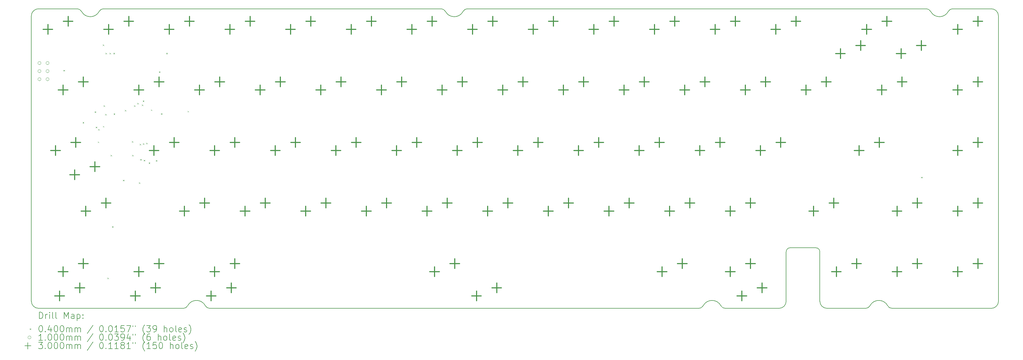
<source format=gbr>
%FSLAX45Y45*%
G04 Gerber Fmt 4.5, Leading zero omitted, Abs format (unit mm)*
G04 Created by KiCad (PCBNEW (6.0.1)) date 2022-02-17 22:32:31*
%MOMM*%
%LPD*%
G01*
G04 APERTURE LIST*
%TA.AperFunction,Profile*%
%ADD10C,0.200000*%
%TD*%
%ADD11C,0.200000*%
%ADD12C,0.040000*%
%ADD13C,0.100000*%
%ADD14C,0.300000*%
G04 APERTURE END LIST*
D10*
X1573193Y-80645D02*
G75*
G03*
X2131807Y-80645I279307J145645D01*
G01*
X225000Y0D02*
G75*
G03*
X0Y-225000I0J-225000D01*
G01*
X13003193Y-80645D02*
G75*
G03*
X12870189Y0I-133004J-69355D01*
G01*
X2264811Y0D02*
G75*
G03*
X2131807Y-80645I0J-150000D01*
G01*
X1440189Y0D02*
X225000Y0D01*
X30375000Y-9195000D02*
X30375000Y-225000D01*
X5465557Y-9339355D02*
G75*
G03*
X5598561Y-9420000I133003J69355D01*
G01*
X5465557Y-9339355D02*
G75*
G03*
X4906943Y-9339355I-279307J-145645D01*
G01*
X26896807Y-9339355D02*
G75*
G03*
X27029811Y-9420000I133003J69355D01*
G01*
X23832500Y-7515000D02*
X24640000Y-7515000D01*
X28110189Y0D02*
X13694810Y0D01*
X20966439Y-9420000D02*
X5598560Y-9420000D01*
X0Y-9195000D02*
X0Y-225000D01*
X28934810Y0D02*
G75*
G03*
X28801807Y-80645I0J-150000D01*
G01*
X4773939Y-9420000D02*
G75*
G03*
X4906943Y-9339355I0J150000D01*
G01*
X26205189Y-9420000D02*
G75*
G03*
X26338193Y-9339355I0J150000D01*
G01*
X23482500Y-9420000D02*
X21791061Y-9420000D01*
X30375000Y-225000D02*
G75*
G03*
X30150000Y0I-225000J0D01*
G01*
X24765000Y-7640000D02*
G75*
G03*
X24640000Y-7515000I-125000J0D01*
G01*
X26896807Y-9339355D02*
G75*
G03*
X26338193Y-9339355I-279307J-145645D01*
G01*
X30150000Y-9420000D02*
G75*
G03*
X30375000Y-9195000I0J225000D01*
G01*
X24765000Y-9195000D02*
G75*
G03*
X24990000Y-9420000I225000J0D01*
G01*
X20966439Y-9420000D02*
G75*
G03*
X21099443Y-9339355I0J150000D01*
G01*
X28243193Y-80645D02*
G75*
G03*
X28110189Y0I-133004J-69355D01*
G01*
X23832500Y-7515000D02*
G75*
G03*
X23707500Y-7640000I0J-125000D01*
G01*
X24765000Y-7640000D02*
X24765000Y-9195000D01*
X23482500Y-9420000D02*
G75*
G03*
X23707500Y-9195000I0J225000D01*
G01*
X26205189Y-9420000D02*
X24990000Y-9420000D01*
X23707500Y-7640000D02*
X23707500Y-9195000D01*
X13003193Y-80645D02*
G75*
G03*
X13561807Y-80645I279307J145645D01*
G01*
X1573193Y-80645D02*
G75*
G03*
X1440189Y0I-133004J-69355D01*
G01*
X30150000Y-9420000D02*
X27029810Y-9420000D01*
X4773939Y-9420000D02*
X225000Y-9420000D01*
X13694810Y0D02*
G75*
G03*
X13561807Y-80645I0J-150000D01*
G01*
X12870189Y0D02*
X2264811Y0D01*
X21658057Y-9339355D02*
G75*
G03*
X21099443Y-9339355I-279307J-145645D01*
G01*
X21658057Y-9339355D02*
G75*
G03*
X21791061Y-9420000I133003J69355D01*
G01*
X0Y-9195000D02*
G75*
G03*
X225000Y-9420000I225000J0D01*
G01*
X30150000Y0D02*
X28934810Y0D01*
X28243193Y-80645D02*
G75*
G03*
X28801807Y-80645I279307J145645D01*
G01*
D11*
D12*
X1005148Y-1923148D02*
X1045148Y-1963148D01*
X1045148Y-1923148D02*
X1005148Y-1963148D01*
X1610250Y-3561125D02*
X1650250Y-3601125D01*
X1650250Y-3561125D02*
X1610250Y-3601125D01*
X1990000Y-3226000D02*
X2030000Y-3266000D01*
X2030000Y-3226000D02*
X1990000Y-3266000D01*
X2022861Y-3708861D02*
X2062861Y-3748861D01*
X2062861Y-3708861D02*
X2022861Y-3748861D01*
X2085000Y-4175000D02*
X2125000Y-4215000D01*
X2125000Y-4175000D02*
X2085000Y-4215000D01*
X2095311Y-3783425D02*
X2135312Y-3823425D01*
X2135312Y-3783425D02*
X2095311Y-3823425D01*
X2240375Y-1124375D02*
X2280375Y-1164375D01*
X2280375Y-1124375D02*
X2240375Y-1164375D01*
X2245000Y-3683425D02*
X2285000Y-3723425D01*
X2285000Y-3683425D02*
X2245000Y-3723425D01*
X2269375Y-3036500D02*
X2309375Y-3076500D01*
X2309375Y-3036500D02*
X2269375Y-3076500D01*
X2315000Y-3305000D02*
X2355000Y-3345000D01*
X2355000Y-3305000D02*
X2315000Y-3345000D01*
X2326000Y-1382000D02*
X2366000Y-1422000D01*
X2366000Y-1382000D02*
X2326000Y-1422000D01*
X2388750Y-8453750D02*
X2428750Y-8493750D01*
X2428750Y-8453750D02*
X2388750Y-8493750D01*
X2451000Y-1382000D02*
X2491000Y-1422000D01*
X2491000Y-1382000D02*
X2451000Y-1422000D01*
X2485000Y-4595000D02*
X2525000Y-4635000D01*
X2525000Y-4595000D02*
X2485000Y-4635000D01*
X2535000Y-6835000D02*
X2575000Y-6875000D01*
X2575000Y-6835000D02*
X2535000Y-6875000D01*
X2576000Y-1382000D02*
X2616000Y-1422000D01*
X2616000Y-1382000D02*
X2576000Y-1422000D01*
X2585000Y-3290000D02*
X2625000Y-3330000D01*
X2625000Y-3290000D02*
X2585000Y-3330000D01*
X2874375Y-5377000D02*
X2914375Y-5417000D01*
X2914375Y-5377000D02*
X2874375Y-5417000D01*
X2936141Y-3181141D02*
X2976141Y-3221141D01*
X2976141Y-3181141D02*
X2936141Y-3221141D01*
X3155000Y-4160000D02*
X3195000Y-4200000D01*
X3195000Y-4160000D02*
X3155000Y-4200000D01*
X3164445Y-4595555D02*
X3204445Y-4635555D01*
X3204445Y-4595555D02*
X3164445Y-4635555D01*
X3225000Y-3035000D02*
X3265000Y-3075000D01*
X3265000Y-3035000D02*
X3225000Y-3075000D01*
X3327573Y-2957450D02*
X3367573Y-2997450D01*
X3367573Y-2957450D02*
X3327573Y-2997450D01*
X3374484Y-5455516D02*
X3414484Y-5495516D01*
X3414484Y-5455516D02*
X3374484Y-5495516D01*
X3402402Y-4245658D02*
X3442402Y-4285658D01*
X3442402Y-4245658D02*
X3402402Y-4285658D01*
X3420517Y-4724483D02*
X3460517Y-4764483D01*
X3460517Y-4724483D02*
X3420517Y-4764483D01*
X3470000Y-3011000D02*
X3510000Y-3051000D01*
X3510000Y-3011000D02*
X3470000Y-3051000D01*
X3500000Y-2885000D02*
X3540000Y-2925000D01*
X3540000Y-2885000D02*
X3500000Y-2925000D01*
X3500603Y-4227042D02*
X3540603Y-4267042D01*
X3540603Y-4227042D02*
X3500603Y-4267042D01*
X3528010Y-4750133D02*
X3568010Y-4790133D01*
X3568010Y-4750133D02*
X3528010Y-4790133D01*
X3603980Y-4213588D02*
X3643980Y-4253588D01*
X3643980Y-4213588D02*
X3603980Y-4253588D01*
X3685000Y-4830000D02*
X3725000Y-4870000D01*
X3725000Y-4830000D02*
X3685000Y-4870000D01*
X3752018Y-3167018D02*
X3792018Y-3207018D01*
X3792018Y-3167018D02*
X3752018Y-3207018D01*
X3910000Y-4760000D02*
X3950000Y-4800000D01*
X3950000Y-4760000D02*
X3910000Y-4800000D01*
X4007750Y-1968000D02*
X4047750Y-2008000D01*
X4047750Y-1968000D02*
X4007750Y-2008000D01*
X4068750Y-3286000D02*
X4108750Y-3326000D01*
X4108750Y-3286000D02*
X4068750Y-3326000D01*
X4235375Y-1382000D02*
X4275375Y-1422000D01*
X4275375Y-1382000D02*
X4235375Y-1422000D01*
X4904915Y-3208460D02*
X4944915Y-3248460D01*
X4944915Y-3208460D02*
X4904915Y-3248460D01*
X27945000Y-5285000D02*
X27985000Y-5325000D01*
X27985000Y-5285000D02*
X27945000Y-5325000D01*
D13*
X303500Y-1707500D02*
G75*
G03*
X303500Y-1707500I-50000J0D01*
G01*
X303500Y-1961500D02*
G75*
G03*
X303500Y-1961500I-50000J0D01*
G01*
X303500Y-2215500D02*
G75*
G03*
X303500Y-2215500I-50000J0D01*
G01*
X557500Y-1707500D02*
G75*
G03*
X557500Y-1707500I-50000J0D01*
G01*
X557500Y-1961500D02*
G75*
G03*
X557500Y-1961500I-50000J0D01*
G01*
X557500Y-2215500D02*
G75*
G03*
X557500Y-2215500I-50000J0D01*
G01*
D14*
X519000Y-496000D02*
X519000Y-796000D01*
X369000Y-646000D02*
X669000Y-646000D01*
X757125Y-4306000D02*
X757125Y-4606000D01*
X607125Y-4456000D02*
X907125Y-4456000D01*
X884125Y-8878000D02*
X884125Y-9178000D01*
X734125Y-9028000D02*
X1034125Y-9028000D01*
X995250Y-2401000D02*
X995250Y-2701000D01*
X845250Y-2551000D02*
X1145250Y-2551000D01*
X995250Y-8116000D02*
X995250Y-8416000D01*
X845250Y-8266000D02*
X1145250Y-8266000D01*
X1154000Y-242000D02*
X1154000Y-542000D01*
X1004000Y-392000D02*
X1304000Y-392000D01*
X1360375Y-5068000D02*
X1360375Y-5368000D01*
X1210375Y-5218000D02*
X1510375Y-5218000D01*
X1392125Y-4052000D02*
X1392125Y-4352000D01*
X1242125Y-4202000D02*
X1542125Y-4202000D01*
X1519125Y-8624000D02*
X1519125Y-8924000D01*
X1369125Y-8774000D02*
X1669125Y-8774000D01*
X1630250Y-2147000D02*
X1630250Y-2447000D01*
X1480250Y-2297000D02*
X1780250Y-2297000D01*
X1630250Y-7862000D02*
X1630250Y-8162000D01*
X1480250Y-8012000D02*
X1780250Y-8012000D01*
X1709625Y-6211000D02*
X1709625Y-6511000D01*
X1559625Y-6361000D02*
X1859625Y-6361000D01*
X1995375Y-4814000D02*
X1995375Y-5114000D01*
X1845375Y-4964000D02*
X2145375Y-4964000D01*
X2344625Y-5957000D02*
X2344625Y-6257000D01*
X2194625Y-6107000D02*
X2494625Y-6107000D01*
X2424000Y-496000D02*
X2424000Y-796000D01*
X2274000Y-646000D02*
X2574000Y-646000D01*
X3059000Y-242000D02*
X3059000Y-542000D01*
X2909000Y-392000D02*
X3209000Y-392000D01*
X3265375Y-8878000D02*
X3265375Y-9178000D01*
X3115375Y-9028000D02*
X3415375Y-9028000D01*
X3376500Y-2401000D02*
X3376500Y-2701000D01*
X3226500Y-2551000D02*
X3526500Y-2551000D01*
X3376500Y-8116000D02*
X3376500Y-8416000D01*
X3226500Y-8266000D02*
X3526500Y-8266000D01*
X3852750Y-4306000D02*
X3852750Y-4606000D01*
X3702750Y-4456000D02*
X4002750Y-4456000D01*
X3900375Y-8624000D02*
X3900375Y-8924000D01*
X3750375Y-8774000D02*
X4050375Y-8774000D01*
X4011500Y-2147000D02*
X4011500Y-2447000D01*
X3861500Y-2297000D02*
X4161500Y-2297000D01*
X4011500Y-7862000D02*
X4011500Y-8162000D01*
X3861500Y-8012000D02*
X4161500Y-8012000D01*
X4329000Y-496000D02*
X4329000Y-796000D01*
X4179000Y-646000D02*
X4479000Y-646000D01*
X4487750Y-4052000D02*
X4487750Y-4352000D01*
X4337750Y-4202000D02*
X4637750Y-4202000D01*
X4805250Y-6211000D02*
X4805250Y-6511000D01*
X4655250Y-6361000D02*
X4955250Y-6361000D01*
X4964000Y-242000D02*
X4964000Y-542000D01*
X4814000Y-392000D02*
X5114000Y-392000D01*
X5281500Y-2401000D02*
X5281500Y-2701000D01*
X5131500Y-2551000D02*
X5431500Y-2551000D01*
X5440250Y-5957000D02*
X5440250Y-6257000D01*
X5290250Y-6107000D02*
X5590250Y-6107000D01*
X5646625Y-8878000D02*
X5646625Y-9178000D01*
X5496625Y-9028000D02*
X5796625Y-9028000D01*
X5757750Y-4306000D02*
X5757750Y-4606000D01*
X5607750Y-4456000D02*
X5907750Y-4456000D01*
X5757750Y-8116000D02*
X5757750Y-8416000D01*
X5607750Y-8266000D02*
X5907750Y-8266000D01*
X5916500Y-2147000D02*
X5916500Y-2447000D01*
X5766500Y-2297000D02*
X6066500Y-2297000D01*
X6234000Y-496000D02*
X6234000Y-796000D01*
X6084000Y-646000D02*
X6384000Y-646000D01*
X6281625Y-8624000D02*
X6281625Y-8924000D01*
X6131625Y-8774000D02*
X6431625Y-8774000D01*
X6392750Y-4052000D02*
X6392750Y-4352000D01*
X6242750Y-4202000D02*
X6542750Y-4202000D01*
X6392750Y-7862000D02*
X6392750Y-8162000D01*
X6242750Y-8012000D02*
X6542750Y-8012000D01*
X6710250Y-6211000D02*
X6710250Y-6511000D01*
X6560250Y-6361000D02*
X6860250Y-6361000D01*
X6869000Y-242000D02*
X6869000Y-542000D01*
X6719000Y-392000D02*
X7019000Y-392000D01*
X7186500Y-2401000D02*
X7186500Y-2701000D01*
X7036500Y-2551000D02*
X7336500Y-2551000D01*
X7345250Y-5957000D02*
X7345250Y-6257000D01*
X7195250Y-6107000D02*
X7495250Y-6107000D01*
X7662750Y-4306000D02*
X7662750Y-4606000D01*
X7512750Y-4456000D02*
X7812750Y-4456000D01*
X7821500Y-2147000D02*
X7821500Y-2447000D01*
X7671500Y-2297000D02*
X7971500Y-2297000D01*
X8139000Y-496000D02*
X8139000Y-796000D01*
X7989000Y-646000D02*
X8289000Y-646000D01*
X8297750Y-4052000D02*
X8297750Y-4352000D01*
X8147750Y-4202000D02*
X8447750Y-4202000D01*
X8615250Y-6211000D02*
X8615250Y-6511000D01*
X8465250Y-6361000D02*
X8765250Y-6361000D01*
X8774000Y-242000D02*
X8774000Y-542000D01*
X8624000Y-392000D02*
X8924000Y-392000D01*
X9091500Y-2401000D02*
X9091500Y-2701000D01*
X8941500Y-2551000D02*
X9241500Y-2551000D01*
X9250250Y-5957000D02*
X9250250Y-6257000D01*
X9100250Y-6107000D02*
X9400250Y-6107000D01*
X9567750Y-4306000D02*
X9567750Y-4606000D01*
X9417750Y-4456000D02*
X9717750Y-4456000D01*
X9726500Y-2147000D02*
X9726500Y-2447000D01*
X9576500Y-2297000D02*
X9876500Y-2297000D01*
X10044000Y-496000D02*
X10044000Y-796000D01*
X9894000Y-646000D02*
X10194000Y-646000D01*
X10202750Y-4052000D02*
X10202750Y-4352000D01*
X10052750Y-4202000D02*
X10352750Y-4202000D01*
X10520250Y-6211000D02*
X10520250Y-6511000D01*
X10370250Y-6361000D02*
X10670250Y-6361000D01*
X10679000Y-242000D02*
X10679000Y-542000D01*
X10529000Y-392000D02*
X10829000Y-392000D01*
X10996500Y-2401000D02*
X10996500Y-2701000D01*
X10846500Y-2551000D02*
X11146500Y-2551000D01*
X11155250Y-5957000D02*
X11155250Y-6257000D01*
X11005250Y-6107000D02*
X11305250Y-6107000D01*
X11472750Y-4306000D02*
X11472750Y-4606000D01*
X11322750Y-4456000D02*
X11622750Y-4456000D01*
X11631500Y-2147000D02*
X11631500Y-2447000D01*
X11481500Y-2297000D02*
X11781500Y-2297000D01*
X11949000Y-496000D02*
X11949000Y-796000D01*
X11799000Y-646000D02*
X12099000Y-646000D01*
X12107750Y-4052000D02*
X12107750Y-4352000D01*
X11957750Y-4202000D02*
X12257750Y-4202000D01*
X12425250Y-6211000D02*
X12425250Y-6511000D01*
X12275250Y-6361000D02*
X12575250Y-6361000D01*
X12584000Y-242000D02*
X12584000Y-542000D01*
X12434000Y-392000D02*
X12734000Y-392000D01*
X12663375Y-8116000D02*
X12663375Y-8416000D01*
X12513375Y-8266000D02*
X12813375Y-8266000D01*
X12901500Y-2401000D02*
X12901500Y-2701000D01*
X12751500Y-2551000D02*
X13051500Y-2551000D01*
X13060250Y-5957000D02*
X13060250Y-6257000D01*
X12910250Y-6107000D02*
X13210250Y-6107000D01*
X13298375Y-7862000D02*
X13298375Y-8162000D01*
X13148375Y-8012000D02*
X13448375Y-8012000D01*
X13377750Y-4306000D02*
X13377750Y-4606000D01*
X13227750Y-4456000D02*
X13527750Y-4456000D01*
X13536500Y-2147000D02*
X13536500Y-2447000D01*
X13386500Y-2297000D02*
X13686500Y-2297000D01*
X13854000Y-496000D02*
X13854000Y-796000D01*
X13704000Y-646000D02*
X14004000Y-646000D01*
X13981000Y-8878000D02*
X13981000Y-9178000D01*
X13831000Y-9028000D02*
X14131000Y-9028000D01*
X14012750Y-4052000D02*
X14012750Y-4352000D01*
X13862750Y-4202000D02*
X14162750Y-4202000D01*
X14330250Y-6211000D02*
X14330250Y-6511000D01*
X14180250Y-6361000D02*
X14480250Y-6361000D01*
X14489000Y-242000D02*
X14489000Y-542000D01*
X14339000Y-392000D02*
X14639000Y-392000D01*
X14616000Y-8624000D02*
X14616000Y-8924000D01*
X14466000Y-8774000D02*
X14766000Y-8774000D01*
X14806500Y-2401000D02*
X14806500Y-2701000D01*
X14656500Y-2551000D02*
X14956500Y-2551000D01*
X14965250Y-5957000D02*
X14965250Y-6257000D01*
X14815250Y-6107000D02*
X15115250Y-6107000D01*
X15282750Y-4306000D02*
X15282750Y-4606000D01*
X15132750Y-4456000D02*
X15432750Y-4456000D01*
X15441500Y-2147000D02*
X15441500Y-2447000D01*
X15291500Y-2297000D02*
X15591500Y-2297000D01*
X15759000Y-496000D02*
X15759000Y-796000D01*
X15609000Y-646000D02*
X15909000Y-646000D01*
X15917750Y-4052000D02*
X15917750Y-4352000D01*
X15767750Y-4202000D02*
X16067750Y-4202000D01*
X16235250Y-6211000D02*
X16235250Y-6511000D01*
X16085250Y-6361000D02*
X16385250Y-6361000D01*
X16394000Y-242000D02*
X16394000Y-542000D01*
X16244000Y-392000D02*
X16544000Y-392000D01*
X16711500Y-2401000D02*
X16711500Y-2701000D01*
X16561500Y-2551000D02*
X16861500Y-2551000D01*
X16870250Y-5957000D02*
X16870250Y-6257000D01*
X16720250Y-6107000D02*
X17020250Y-6107000D01*
X17187750Y-4306000D02*
X17187750Y-4606000D01*
X17037750Y-4456000D02*
X17337750Y-4456000D01*
X17346500Y-2147000D02*
X17346500Y-2447000D01*
X17196500Y-2297000D02*
X17496500Y-2297000D01*
X17664000Y-496000D02*
X17664000Y-796000D01*
X17514000Y-646000D02*
X17814000Y-646000D01*
X17822750Y-4052000D02*
X17822750Y-4352000D01*
X17672750Y-4202000D02*
X17972750Y-4202000D01*
X18140250Y-6211000D02*
X18140250Y-6511000D01*
X17990250Y-6361000D02*
X18290250Y-6361000D01*
X18299000Y-242000D02*
X18299000Y-542000D01*
X18149000Y-392000D02*
X18449000Y-392000D01*
X18616500Y-2401000D02*
X18616500Y-2701000D01*
X18466500Y-2551000D02*
X18766500Y-2551000D01*
X18775250Y-5957000D02*
X18775250Y-6257000D01*
X18625250Y-6107000D02*
X18925250Y-6107000D01*
X19092750Y-4306000D02*
X19092750Y-4606000D01*
X18942750Y-4456000D02*
X19242750Y-4456000D01*
X19251500Y-2147000D02*
X19251500Y-2447000D01*
X19101500Y-2297000D02*
X19401500Y-2297000D01*
X19569000Y-496000D02*
X19569000Y-796000D01*
X19419000Y-646000D02*
X19719000Y-646000D01*
X19727750Y-4052000D02*
X19727750Y-4352000D01*
X19577750Y-4202000D02*
X19877750Y-4202000D01*
X19807125Y-8116000D02*
X19807125Y-8416000D01*
X19657125Y-8266000D02*
X19957125Y-8266000D01*
X20045250Y-6211000D02*
X20045250Y-6511000D01*
X19895250Y-6361000D02*
X20195250Y-6361000D01*
X20204000Y-242000D02*
X20204000Y-542000D01*
X20054000Y-392000D02*
X20354000Y-392000D01*
X20442125Y-7862000D02*
X20442125Y-8162000D01*
X20292125Y-8012000D02*
X20592125Y-8012000D01*
X20521500Y-2401000D02*
X20521500Y-2701000D01*
X20371500Y-2551000D02*
X20671500Y-2551000D01*
X20680250Y-5957000D02*
X20680250Y-6257000D01*
X20530250Y-6107000D02*
X20830250Y-6107000D01*
X20997750Y-4306000D02*
X20997750Y-4606000D01*
X20847750Y-4456000D02*
X21147750Y-4456000D01*
X21156500Y-2147000D02*
X21156500Y-2447000D01*
X21006500Y-2297000D02*
X21306500Y-2297000D01*
X21474000Y-496000D02*
X21474000Y-796000D01*
X21324000Y-646000D02*
X21624000Y-646000D01*
X21632750Y-4052000D02*
X21632750Y-4352000D01*
X21482750Y-4202000D02*
X21782750Y-4202000D01*
X21950250Y-6211000D02*
X21950250Y-6511000D01*
X21800250Y-6361000D02*
X22100250Y-6361000D01*
X21950250Y-8116000D02*
X21950250Y-8416000D01*
X21800250Y-8266000D02*
X22100250Y-8266000D01*
X22109000Y-242000D02*
X22109000Y-542000D01*
X21959000Y-392000D02*
X22259000Y-392000D01*
X22315375Y-8878000D02*
X22315375Y-9178000D01*
X22165375Y-9028000D02*
X22465375Y-9028000D01*
X22426500Y-2401000D02*
X22426500Y-2701000D01*
X22276500Y-2551000D02*
X22576500Y-2551000D01*
X22585250Y-5957000D02*
X22585250Y-6257000D01*
X22435250Y-6107000D02*
X22735250Y-6107000D01*
X22585250Y-7862000D02*
X22585250Y-8162000D01*
X22435250Y-8012000D02*
X22735250Y-8012000D01*
X22902750Y-4306000D02*
X22902750Y-4606000D01*
X22752750Y-4456000D02*
X23052750Y-4456000D01*
X22950375Y-8624000D02*
X22950375Y-8924000D01*
X22800375Y-8774000D02*
X23100375Y-8774000D01*
X23061500Y-2147000D02*
X23061500Y-2447000D01*
X22911500Y-2297000D02*
X23211500Y-2297000D01*
X23379000Y-496000D02*
X23379000Y-796000D01*
X23229000Y-646000D02*
X23529000Y-646000D01*
X23537750Y-4052000D02*
X23537750Y-4352000D01*
X23387750Y-4202000D02*
X23687750Y-4202000D01*
X24014000Y-242000D02*
X24014000Y-542000D01*
X23864000Y-392000D02*
X24164000Y-392000D01*
X24331500Y-2401000D02*
X24331500Y-2701000D01*
X24181500Y-2551000D02*
X24481500Y-2551000D01*
X24569625Y-6211000D02*
X24569625Y-6511000D01*
X24419625Y-6361000D02*
X24719625Y-6361000D01*
X24966500Y-2147000D02*
X24966500Y-2447000D01*
X24816500Y-2297000D02*
X25116500Y-2297000D01*
X25204625Y-5957000D02*
X25204625Y-6257000D01*
X25054625Y-6107000D02*
X25354625Y-6107000D01*
X25284000Y-8116000D02*
X25284000Y-8416000D01*
X25134000Y-8266000D02*
X25434000Y-8266000D01*
X25411000Y-1258000D02*
X25411000Y-1558000D01*
X25261000Y-1408000D02*
X25561000Y-1408000D01*
X25919000Y-7862000D02*
X25919000Y-8162000D01*
X25769000Y-8012000D02*
X26069000Y-8012000D01*
X25998375Y-4306000D02*
X25998375Y-4606000D01*
X25848375Y-4456000D02*
X26148375Y-4456000D01*
X26046000Y-1004000D02*
X26046000Y-1304000D01*
X25896000Y-1154000D02*
X26196000Y-1154000D01*
X26236500Y-496000D02*
X26236500Y-796000D01*
X26086500Y-646000D02*
X26386500Y-646000D01*
X26633375Y-4052000D02*
X26633375Y-4352000D01*
X26483375Y-4202000D02*
X26783375Y-4202000D01*
X26712750Y-2401000D02*
X26712750Y-2701000D01*
X26562750Y-2551000D02*
X26862750Y-2551000D01*
X26871500Y-242000D02*
X26871500Y-542000D01*
X26721500Y-392000D02*
X27021500Y-392000D01*
X27189000Y-6211000D02*
X27189000Y-6511000D01*
X27039000Y-6361000D02*
X27339000Y-6361000D01*
X27189000Y-8116000D02*
X27189000Y-8416000D01*
X27039000Y-8266000D02*
X27339000Y-8266000D01*
X27316000Y-1258000D02*
X27316000Y-1558000D01*
X27166000Y-1408000D02*
X27466000Y-1408000D01*
X27347750Y-2147000D02*
X27347750Y-2447000D01*
X27197750Y-2297000D02*
X27497750Y-2297000D01*
X27824000Y-5957000D02*
X27824000Y-6257000D01*
X27674000Y-6107000D02*
X27974000Y-6107000D01*
X27824000Y-7862000D02*
X27824000Y-8162000D01*
X27674000Y-8012000D02*
X27974000Y-8012000D01*
X27951000Y-1004000D02*
X27951000Y-1304000D01*
X27801000Y-1154000D02*
X28101000Y-1154000D01*
X29094000Y-496000D02*
X29094000Y-796000D01*
X28944000Y-646000D02*
X29244000Y-646000D01*
X29094000Y-2401000D02*
X29094000Y-2701000D01*
X28944000Y-2551000D02*
X29244000Y-2551000D01*
X29094000Y-4306000D02*
X29094000Y-4606000D01*
X28944000Y-4456000D02*
X29244000Y-4456000D01*
X29094000Y-6211000D02*
X29094000Y-6511000D01*
X28944000Y-6361000D02*
X29244000Y-6361000D01*
X29094000Y-8116000D02*
X29094000Y-8416000D01*
X28944000Y-8266000D02*
X29244000Y-8266000D01*
X29729000Y-242000D02*
X29729000Y-542000D01*
X29579000Y-392000D02*
X29879000Y-392000D01*
X29729000Y-2147000D02*
X29729000Y-2447000D01*
X29579000Y-2297000D02*
X29879000Y-2297000D01*
X29729000Y-4052000D02*
X29729000Y-4352000D01*
X29579000Y-4202000D02*
X29879000Y-4202000D01*
X29729000Y-5957000D02*
X29729000Y-6257000D01*
X29579000Y-6107000D02*
X29879000Y-6107000D01*
X29729000Y-7862000D02*
X29729000Y-8162000D01*
X29579000Y-8012000D02*
X29879000Y-8012000D01*
D11*
X247619Y-9740476D02*
X247619Y-9540476D01*
X295238Y-9540476D01*
X323810Y-9550000D01*
X342857Y-9569048D01*
X352381Y-9588095D01*
X361905Y-9626190D01*
X361905Y-9654762D01*
X352381Y-9692857D01*
X342857Y-9711905D01*
X323810Y-9730952D01*
X295238Y-9740476D01*
X247619Y-9740476D01*
X447619Y-9740476D02*
X447619Y-9607143D01*
X447619Y-9645238D02*
X457143Y-9626190D01*
X466667Y-9616667D01*
X485714Y-9607143D01*
X504762Y-9607143D01*
X571429Y-9740476D02*
X571429Y-9607143D01*
X571429Y-9540476D02*
X561905Y-9550000D01*
X571429Y-9559524D01*
X580952Y-9550000D01*
X571429Y-9540476D01*
X571429Y-9559524D01*
X695238Y-9740476D02*
X676190Y-9730952D01*
X666667Y-9711905D01*
X666667Y-9540476D01*
X800000Y-9740476D02*
X780952Y-9730952D01*
X771428Y-9711905D01*
X771428Y-9540476D01*
X1028571Y-9740476D02*
X1028571Y-9540476D01*
X1095238Y-9683333D01*
X1161905Y-9540476D01*
X1161905Y-9740476D01*
X1342857Y-9740476D02*
X1342857Y-9635714D01*
X1333333Y-9616667D01*
X1314286Y-9607143D01*
X1276190Y-9607143D01*
X1257143Y-9616667D01*
X1342857Y-9730952D02*
X1323810Y-9740476D01*
X1276190Y-9740476D01*
X1257143Y-9730952D01*
X1247619Y-9711905D01*
X1247619Y-9692857D01*
X1257143Y-9673810D01*
X1276190Y-9664286D01*
X1323810Y-9664286D01*
X1342857Y-9654762D01*
X1438095Y-9607143D02*
X1438095Y-9807143D01*
X1438095Y-9616667D02*
X1457143Y-9607143D01*
X1495238Y-9607143D01*
X1514286Y-9616667D01*
X1523809Y-9626190D01*
X1533333Y-9645238D01*
X1533333Y-9702381D01*
X1523809Y-9721429D01*
X1514286Y-9730952D01*
X1495238Y-9740476D01*
X1457143Y-9740476D01*
X1438095Y-9730952D01*
X1619048Y-9721429D02*
X1628571Y-9730952D01*
X1619048Y-9740476D01*
X1609524Y-9730952D01*
X1619048Y-9721429D01*
X1619048Y-9740476D01*
X1619048Y-9616667D02*
X1628571Y-9626190D01*
X1619048Y-9635714D01*
X1609524Y-9626190D01*
X1619048Y-9616667D01*
X1619048Y-9635714D01*
D12*
X-50000Y-10050000D02*
X-10000Y-10090000D01*
X-10000Y-10050000D02*
X-50000Y-10090000D01*
D11*
X285714Y-9960476D02*
X304762Y-9960476D01*
X323810Y-9970000D01*
X333333Y-9979524D01*
X342857Y-9998571D01*
X352381Y-10036667D01*
X352381Y-10084286D01*
X342857Y-10122381D01*
X333333Y-10141429D01*
X323810Y-10150952D01*
X304762Y-10160476D01*
X285714Y-10160476D01*
X266667Y-10150952D01*
X257143Y-10141429D01*
X247619Y-10122381D01*
X238095Y-10084286D01*
X238095Y-10036667D01*
X247619Y-9998571D01*
X257143Y-9979524D01*
X266667Y-9970000D01*
X285714Y-9960476D01*
X438095Y-10141429D02*
X447619Y-10150952D01*
X438095Y-10160476D01*
X428571Y-10150952D01*
X438095Y-10141429D01*
X438095Y-10160476D01*
X619048Y-10027143D02*
X619048Y-10160476D01*
X571429Y-9950952D02*
X523809Y-10093810D01*
X647619Y-10093810D01*
X761905Y-9960476D02*
X780952Y-9960476D01*
X800000Y-9970000D01*
X809524Y-9979524D01*
X819048Y-9998571D01*
X828571Y-10036667D01*
X828571Y-10084286D01*
X819048Y-10122381D01*
X809524Y-10141429D01*
X800000Y-10150952D01*
X780952Y-10160476D01*
X761905Y-10160476D01*
X742857Y-10150952D01*
X733333Y-10141429D01*
X723809Y-10122381D01*
X714286Y-10084286D01*
X714286Y-10036667D01*
X723809Y-9998571D01*
X733333Y-9979524D01*
X742857Y-9970000D01*
X761905Y-9960476D01*
X952381Y-9960476D02*
X971428Y-9960476D01*
X990476Y-9970000D01*
X1000000Y-9979524D01*
X1009524Y-9998571D01*
X1019048Y-10036667D01*
X1019048Y-10084286D01*
X1009524Y-10122381D01*
X1000000Y-10141429D01*
X990476Y-10150952D01*
X971428Y-10160476D01*
X952381Y-10160476D01*
X933333Y-10150952D01*
X923809Y-10141429D01*
X914286Y-10122381D01*
X904762Y-10084286D01*
X904762Y-10036667D01*
X914286Y-9998571D01*
X923809Y-9979524D01*
X933333Y-9970000D01*
X952381Y-9960476D01*
X1104762Y-10160476D02*
X1104762Y-10027143D01*
X1104762Y-10046190D02*
X1114286Y-10036667D01*
X1133333Y-10027143D01*
X1161905Y-10027143D01*
X1180952Y-10036667D01*
X1190476Y-10055714D01*
X1190476Y-10160476D01*
X1190476Y-10055714D02*
X1200000Y-10036667D01*
X1219048Y-10027143D01*
X1247619Y-10027143D01*
X1266667Y-10036667D01*
X1276190Y-10055714D01*
X1276190Y-10160476D01*
X1371429Y-10160476D02*
X1371429Y-10027143D01*
X1371429Y-10046190D02*
X1380952Y-10036667D01*
X1400000Y-10027143D01*
X1428571Y-10027143D01*
X1447619Y-10036667D01*
X1457143Y-10055714D01*
X1457143Y-10160476D01*
X1457143Y-10055714D02*
X1466667Y-10036667D01*
X1485714Y-10027143D01*
X1514286Y-10027143D01*
X1533333Y-10036667D01*
X1542857Y-10055714D01*
X1542857Y-10160476D01*
X1933333Y-9950952D02*
X1761905Y-10208095D01*
X2190476Y-9960476D02*
X2209524Y-9960476D01*
X2228571Y-9970000D01*
X2238095Y-9979524D01*
X2247619Y-9998571D01*
X2257143Y-10036667D01*
X2257143Y-10084286D01*
X2247619Y-10122381D01*
X2238095Y-10141429D01*
X2228571Y-10150952D01*
X2209524Y-10160476D01*
X2190476Y-10160476D01*
X2171429Y-10150952D01*
X2161905Y-10141429D01*
X2152381Y-10122381D01*
X2142857Y-10084286D01*
X2142857Y-10036667D01*
X2152381Y-9998571D01*
X2161905Y-9979524D01*
X2171429Y-9970000D01*
X2190476Y-9960476D01*
X2342857Y-10141429D02*
X2352381Y-10150952D01*
X2342857Y-10160476D01*
X2333333Y-10150952D01*
X2342857Y-10141429D01*
X2342857Y-10160476D01*
X2476190Y-9960476D02*
X2495238Y-9960476D01*
X2514286Y-9970000D01*
X2523810Y-9979524D01*
X2533333Y-9998571D01*
X2542857Y-10036667D01*
X2542857Y-10084286D01*
X2533333Y-10122381D01*
X2523810Y-10141429D01*
X2514286Y-10150952D01*
X2495238Y-10160476D01*
X2476190Y-10160476D01*
X2457143Y-10150952D01*
X2447619Y-10141429D01*
X2438095Y-10122381D01*
X2428571Y-10084286D01*
X2428571Y-10036667D01*
X2438095Y-9998571D01*
X2447619Y-9979524D01*
X2457143Y-9970000D01*
X2476190Y-9960476D01*
X2733333Y-10160476D02*
X2619048Y-10160476D01*
X2676190Y-10160476D02*
X2676190Y-9960476D01*
X2657143Y-9989048D01*
X2638095Y-10008095D01*
X2619048Y-10017619D01*
X2914286Y-9960476D02*
X2819048Y-9960476D01*
X2809524Y-10055714D01*
X2819048Y-10046190D01*
X2838095Y-10036667D01*
X2885714Y-10036667D01*
X2904762Y-10046190D01*
X2914286Y-10055714D01*
X2923809Y-10074762D01*
X2923809Y-10122381D01*
X2914286Y-10141429D01*
X2904762Y-10150952D01*
X2885714Y-10160476D01*
X2838095Y-10160476D01*
X2819048Y-10150952D01*
X2809524Y-10141429D01*
X2990476Y-9960476D02*
X3123809Y-9960476D01*
X3038095Y-10160476D01*
X3190476Y-9960476D02*
X3190476Y-9998571D01*
X3266667Y-9960476D02*
X3266667Y-9998571D01*
X3561905Y-10236667D02*
X3552381Y-10227143D01*
X3533333Y-10198571D01*
X3523809Y-10179524D01*
X3514286Y-10150952D01*
X3504762Y-10103333D01*
X3504762Y-10065238D01*
X3514286Y-10017619D01*
X3523809Y-9989048D01*
X3533333Y-9970000D01*
X3552381Y-9941429D01*
X3561905Y-9931905D01*
X3619048Y-9960476D02*
X3742857Y-9960476D01*
X3676190Y-10036667D01*
X3704762Y-10036667D01*
X3723809Y-10046190D01*
X3733333Y-10055714D01*
X3742857Y-10074762D01*
X3742857Y-10122381D01*
X3733333Y-10141429D01*
X3723809Y-10150952D01*
X3704762Y-10160476D01*
X3647619Y-10160476D01*
X3628571Y-10150952D01*
X3619048Y-10141429D01*
X3838095Y-10160476D02*
X3876190Y-10160476D01*
X3895238Y-10150952D01*
X3904762Y-10141429D01*
X3923809Y-10112857D01*
X3933333Y-10074762D01*
X3933333Y-9998571D01*
X3923809Y-9979524D01*
X3914286Y-9970000D01*
X3895238Y-9960476D01*
X3857143Y-9960476D01*
X3838095Y-9970000D01*
X3828571Y-9979524D01*
X3819048Y-9998571D01*
X3819048Y-10046190D01*
X3828571Y-10065238D01*
X3838095Y-10074762D01*
X3857143Y-10084286D01*
X3895238Y-10084286D01*
X3914286Y-10074762D01*
X3923809Y-10065238D01*
X3933333Y-10046190D01*
X4171428Y-10160476D02*
X4171428Y-9960476D01*
X4257143Y-10160476D02*
X4257143Y-10055714D01*
X4247619Y-10036667D01*
X4228571Y-10027143D01*
X4200000Y-10027143D01*
X4180952Y-10036667D01*
X4171428Y-10046190D01*
X4380952Y-10160476D02*
X4361905Y-10150952D01*
X4352381Y-10141429D01*
X4342857Y-10122381D01*
X4342857Y-10065238D01*
X4352381Y-10046190D01*
X4361905Y-10036667D01*
X4380952Y-10027143D01*
X4409524Y-10027143D01*
X4428571Y-10036667D01*
X4438095Y-10046190D01*
X4447619Y-10065238D01*
X4447619Y-10122381D01*
X4438095Y-10141429D01*
X4428571Y-10150952D01*
X4409524Y-10160476D01*
X4380952Y-10160476D01*
X4561905Y-10160476D02*
X4542857Y-10150952D01*
X4533333Y-10131905D01*
X4533333Y-9960476D01*
X4714286Y-10150952D02*
X4695238Y-10160476D01*
X4657143Y-10160476D01*
X4638095Y-10150952D01*
X4628571Y-10131905D01*
X4628571Y-10055714D01*
X4638095Y-10036667D01*
X4657143Y-10027143D01*
X4695238Y-10027143D01*
X4714286Y-10036667D01*
X4723810Y-10055714D01*
X4723810Y-10074762D01*
X4628571Y-10093810D01*
X4800000Y-10150952D02*
X4819048Y-10160476D01*
X4857143Y-10160476D01*
X4876190Y-10150952D01*
X4885714Y-10131905D01*
X4885714Y-10122381D01*
X4876190Y-10103333D01*
X4857143Y-10093810D01*
X4828571Y-10093810D01*
X4809524Y-10084286D01*
X4800000Y-10065238D01*
X4800000Y-10055714D01*
X4809524Y-10036667D01*
X4828571Y-10027143D01*
X4857143Y-10027143D01*
X4876190Y-10036667D01*
X4952381Y-10236667D02*
X4961905Y-10227143D01*
X4980952Y-10198571D01*
X4990476Y-10179524D01*
X5000000Y-10150952D01*
X5009524Y-10103333D01*
X5009524Y-10065238D01*
X5000000Y-10017619D01*
X4990476Y-9989048D01*
X4980952Y-9970000D01*
X4961905Y-9941429D01*
X4952381Y-9931905D01*
D13*
X-10000Y-10334000D02*
G75*
G03*
X-10000Y-10334000I-50000J0D01*
G01*
D11*
X352381Y-10424476D02*
X238095Y-10424476D01*
X295238Y-10424476D02*
X295238Y-10224476D01*
X276190Y-10253048D01*
X257143Y-10272095D01*
X238095Y-10281619D01*
X438095Y-10405429D02*
X447619Y-10414952D01*
X438095Y-10424476D01*
X428571Y-10414952D01*
X438095Y-10405429D01*
X438095Y-10424476D01*
X571429Y-10224476D02*
X590476Y-10224476D01*
X609524Y-10234000D01*
X619048Y-10243524D01*
X628571Y-10262571D01*
X638095Y-10300667D01*
X638095Y-10348286D01*
X628571Y-10386381D01*
X619048Y-10405429D01*
X609524Y-10414952D01*
X590476Y-10424476D01*
X571429Y-10424476D01*
X552381Y-10414952D01*
X542857Y-10405429D01*
X533333Y-10386381D01*
X523809Y-10348286D01*
X523809Y-10300667D01*
X533333Y-10262571D01*
X542857Y-10243524D01*
X552381Y-10234000D01*
X571429Y-10224476D01*
X761905Y-10224476D02*
X780952Y-10224476D01*
X800000Y-10234000D01*
X809524Y-10243524D01*
X819048Y-10262571D01*
X828571Y-10300667D01*
X828571Y-10348286D01*
X819048Y-10386381D01*
X809524Y-10405429D01*
X800000Y-10414952D01*
X780952Y-10424476D01*
X761905Y-10424476D01*
X742857Y-10414952D01*
X733333Y-10405429D01*
X723809Y-10386381D01*
X714286Y-10348286D01*
X714286Y-10300667D01*
X723809Y-10262571D01*
X733333Y-10243524D01*
X742857Y-10234000D01*
X761905Y-10224476D01*
X952381Y-10224476D02*
X971428Y-10224476D01*
X990476Y-10234000D01*
X1000000Y-10243524D01*
X1009524Y-10262571D01*
X1019048Y-10300667D01*
X1019048Y-10348286D01*
X1009524Y-10386381D01*
X1000000Y-10405429D01*
X990476Y-10414952D01*
X971428Y-10424476D01*
X952381Y-10424476D01*
X933333Y-10414952D01*
X923809Y-10405429D01*
X914286Y-10386381D01*
X904762Y-10348286D01*
X904762Y-10300667D01*
X914286Y-10262571D01*
X923809Y-10243524D01*
X933333Y-10234000D01*
X952381Y-10224476D01*
X1104762Y-10424476D02*
X1104762Y-10291143D01*
X1104762Y-10310190D02*
X1114286Y-10300667D01*
X1133333Y-10291143D01*
X1161905Y-10291143D01*
X1180952Y-10300667D01*
X1190476Y-10319714D01*
X1190476Y-10424476D01*
X1190476Y-10319714D02*
X1200000Y-10300667D01*
X1219048Y-10291143D01*
X1247619Y-10291143D01*
X1266667Y-10300667D01*
X1276190Y-10319714D01*
X1276190Y-10424476D01*
X1371429Y-10424476D02*
X1371429Y-10291143D01*
X1371429Y-10310190D02*
X1380952Y-10300667D01*
X1400000Y-10291143D01*
X1428571Y-10291143D01*
X1447619Y-10300667D01*
X1457143Y-10319714D01*
X1457143Y-10424476D01*
X1457143Y-10319714D02*
X1466667Y-10300667D01*
X1485714Y-10291143D01*
X1514286Y-10291143D01*
X1533333Y-10300667D01*
X1542857Y-10319714D01*
X1542857Y-10424476D01*
X1933333Y-10214952D02*
X1761905Y-10472095D01*
X2190476Y-10224476D02*
X2209524Y-10224476D01*
X2228571Y-10234000D01*
X2238095Y-10243524D01*
X2247619Y-10262571D01*
X2257143Y-10300667D01*
X2257143Y-10348286D01*
X2247619Y-10386381D01*
X2238095Y-10405429D01*
X2228571Y-10414952D01*
X2209524Y-10424476D01*
X2190476Y-10424476D01*
X2171429Y-10414952D01*
X2161905Y-10405429D01*
X2152381Y-10386381D01*
X2142857Y-10348286D01*
X2142857Y-10300667D01*
X2152381Y-10262571D01*
X2161905Y-10243524D01*
X2171429Y-10234000D01*
X2190476Y-10224476D01*
X2342857Y-10405429D02*
X2352381Y-10414952D01*
X2342857Y-10424476D01*
X2333333Y-10414952D01*
X2342857Y-10405429D01*
X2342857Y-10424476D01*
X2476190Y-10224476D02*
X2495238Y-10224476D01*
X2514286Y-10234000D01*
X2523810Y-10243524D01*
X2533333Y-10262571D01*
X2542857Y-10300667D01*
X2542857Y-10348286D01*
X2533333Y-10386381D01*
X2523810Y-10405429D01*
X2514286Y-10414952D01*
X2495238Y-10424476D01*
X2476190Y-10424476D01*
X2457143Y-10414952D01*
X2447619Y-10405429D01*
X2438095Y-10386381D01*
X2428571Y-10348286D01*
X2428571Y-10300667D01*
X2438095Y-10262571D01*
X2447619Y-10243524D01*
X2457143Y-10234000D01*
X2476190Y-10224476D01*
X2609524Y-10224476D02*
X2733333Y-10224476D01*
X2666667Y-10300667D01*
X2695238Y-10300667D01*
X2714286Y-10310190D01*
X2723810Y-10319714D01*
X2733333Y-10338762D01*
X2733333Y-10386381D01*
X2723810Y-10405429D01*
X2714286Y-10414952D01*
X2695238Y-10424476D01*
X2638095Y-10424476D01*
X2619048Y-10414952D01*
X2609524Y-10405429D01*
X2828571Y-10424476D02*
X2866667Y-10424476D01*
X2885714Y-10414952D01*
X2895238Y-10405429D01*
X2914286Y-10376857D01*
X2923809Y-10338762D01*
X2923809Y-10262571D01*
X2914286Y-10243524D01*
X2904762Y-10234000D01*
X2885714Y-10224476D01*
X2847619Y-10224476D01*
X2828571Y-10234000D01*
X2819048Y-10243524D01*
X2809524Y-10262571D01*
X2809524Y-10310190D01*
X2819048Y-10329238D01*
X2828571Y-10338762D01*
X2847619Y-10348286D01*
X2885714Y-10348286D01*
X2904762Y-10338762D01*
X2914286Y-10329238D01*
X2923809Y-10310190D01*
X3095238Y-10291143D02*
X3095238Y-10424476D01*
X3047619Y-10214952D02*
X3000000Y-10357810D01*
X3123809Y-10357810D01*
X3190476Y-10224476D02*
X3190476Y-10262571D01*
X3266667Y-10224476D02*
X3266667Y-10262571D01*
X3561905Y-10500667D02*
X3552381Y-10491143D01*
X3533333Y-10462571D01*
X3523809Y-10443524D01*
X3514286Y-10414952D01*
X3504762Y-10367333D01*
X3504762Y-10329238D01*
X3514286Y-10281619D01*
X3523809Y-10253048D01*
X3533333Y-10234000D01*
X3552381Y-10205429D01*
X3561905Y-10195905D01*
X3723809Y-10224476D02*
X3685714Y-10224476D01*
X3666667Y-10234000D01*
X3657143Y-10243524D01*
X3638095Y-10272095D01*
X3628571Y-10310190D01*
X3628571Y-10386381D01*
X3638095Y-10405429D01*
X3647619Y-10414952D01*
X3666667Y-10424476D01*
X3704762Y-10424476D01*
X3723809Y-10414952D01*
X3733333Y-10405429D01*
X3742857Y-10386381D01*
X3742857Y-10338762D01*
X3733333Y-10319714D01*
X3723809Y-10310190D01*
X3704762Y-10300667D01*
X3666667Y-10300667D01*
X3647619Y-10310190D01*
X3638095Y-10319714D01*
X3628571Y-10338762D01*
X3980952Y-10424476D02*
X3980952Y-10224476D01*
X4066667Y-10424476D02*
X4066667Y-10319714D01*
X4057143Y-10300667D01*
X4038095Y-10291143D01*
X4009524Y-10291143D01*
X3990476Y-10300667D01*
X3980952Y-10310190D01*
X4190476Y-10424476D02*
X4171428Y-10414952D01*
X4161905Y-10405429D01*
X4152381Y-10386381D01*
X4152381Y-10329238D01*
X4161905Y-10310190D01*
X4171428Y-10300667D01*
X4190476Y-10291143D01*
X4219048Y-10291143D01*
X4238095Y-10300667D01*
X4247619Y-10310190D01*
X4257143Y-10329238D01*
X4257143Y-10386381D01*
X4247619Y-10405429D01*
X4238095Y-10414952D01*
X4219048Y-10424476D01*
X4190476Y-10424476D01*
X4371429Y-10424476D02*
X4352381Y-10414952D01*
X4342857Y-10395905D01*
X4342857Y-10224476D01*
X4523810Y-10414952D02*
X4504762Y-10424476D01*
X4466667Y-10424476D01*
X4447619Y-10414952D01*
X4438095Y-10395905D01*
X4438095Y-10319714D01*
X4447619Y-10300667D01*
X4466667Y-10291143D01*
X4504762Y-10291143D01*
X4523810Y-10300667D01*
X4533333Y-10319714D01*
X4533333Y-10338762D01*
X4438095Y-10357810D01*
X4609524Y-10414952D02*
X4628571Y-10424476D01*
X4666667Y-10424476D01*
X4685714Y-10414952D01*
X4695238Y-10395905D01*
X4695238Y-10386381D01*
X4685714Y-10367333D01*
X4666667Y-10357810D01*
X4638095Y-10357810D01*
X4619048Y-10348286D01*
X4609524Y-10329238D01*
X4609524Y-10319714D01*
X4619048Y-10300667D01*
X4638095Y-10291143D01*
X4666667Y-10291143D01*
X4685714Y-10300667D01*
X4761905Y-10500667D02*
X4771429Y-10491143D01*
X4790476Y-10462571D01*
X4800000Y-10443524D01*
X4809524Y-10414952D01*
X4819048Y-10367333D01*
X4819048Y-10329238D01*
X4809524Y-10281619D01*
X4800000Y-10253048D01*
X4790476Y-10234000D01*
X4771429Y-10205429D01*
X4761905Y-10195905D01*
X-110000Y-10498000D02*
X-110000Y-10698000D01*
X-210000Y-10598000D02*
X-10000Y-10598000D01*
X228571Y-10488476D02*
X352381Y-10488476D01*
X285714Y-10564667D01*
X314286Y-10564667D01*
X333333Y-10574190D01*
X342857Y-10583714D01*
X352381Y-10602762D01*
X352381Y-10650381D01*
X342857Y-10669429D01*
X333333Y-10678952D01*
X314286Y-10688476D01*
X257143Y-10688476D01*
X238095Y-10678952D01*
X228571Y-10669429D01*
X438095Y-10669429D02*
X447619Y-10678952D01*
X438095Y-10688476D01*
X428571Y-10678952D01*
X438095Y-10669429D01*
X438095Y-10688476D01*
X571429Y-10488476D02*
X590476Y-10488476D01*
X609524Y-10498000D01*
X619048Y-10507524D01*
X628571Y-10526571D01*
X638095Y-10564667D01*
X638095Y-10612286D01*
X628571Y-10650381D01*
X619048Y-10669429D01*
X609524Y-10678952D01*
X590476Y-10688476D01*
X571429Y-10688476D01*
X552381Y-10678952D01*
X542857Y-10669429D01*
X533333Y-10650381D01*
X523809Y-10612286D01*
X523809Y-10564667D01*
X533333Y-10526571D01*
X542857Y-10507524D01*
X552381Y-10498000D01*
X571429Y-10488476D01*
X761905Y-10488476D02*
X780952Y-10488476D01*
X800000Y-10498000D01*
X809524Y-10507524D01*
X819048Y-10526571D01*
X828571Y-10564667D01*
X828571Y-10612286D01*
X819048Y-10650381D01*
X809524Y-10669429D01*
X800000Y-10678952D01*
X780952Y-10688476D01*
X761905Y-10688476D01*
X742857Y-10678952D01*
X733333Y-10669429D01*
X723809Y-10650381D01*
X714286Y-10612286D01*
X714286Y-10564667D01*
X723809Y-10526571D01*
X733333Y-10507524D01*
X742857Y-10498000D01*
X761905Y-10488476D01*
X952381Y-10488476D02*
X971428Y-10488476D01*
X990476Y-10498000D01*
X1000000Y-10507524D01*
X1009524Y-10526571D01*
X1019048Y-10564667D01*
X1019048Y-10612286D01*
X1009524Y-10650381D01*
X1000000Y-10669429D01*
X990476Y-10678952D01*
X971428Y-10688476D01*
X952381Y-10688476D01*
X933333Y-10678952D01*
X923809Y-10669429D01*
X914286Y-10650381D01*
X904762Y-10612286D01*
X904762Y-10564667D01*
X914286Y-10526571D01*
X923809Y-10507524D01*
X933333Y-10498000D01*
X952381Y-10488476D01*
X1104762Y-10688476D02*
X1104762Y-10555143D01*
X1104762Y-10574190D02*
X1114286Y-10564667D01*
X1133333Y-10555143D01*
X1161905Y-10555143D01*
X1180952Y-10564667D01*
X1190476Y-10583714D01*
X1190476Y-10688476D01*
X1190476Y-10583714D02*
X1200000Y-10564667D01*
X1219048Y-10555143D01*
X1247619Y-10555143D01*
X1266667Y-10564667D01*
X1276190Y-10583714D01*
X1276190Y-10688476D01*
X1371429Y-10688476D02*
X1371429Y-10555143D01*
X1371429Y-10574190D02*
X1380952Y-10564667D01*
X1400000Y-10555143D01*
X1428571Y-10555143D01*
X1447619Y-10564667D01*
X1457143Y-10583714D01*
X1457143Y-10688476D01*
X1457143Y-10583714D02*
X1466667Y-10564667D01*
X1485714Y-10555143D01*
X1514286Y-10555143D01*
X1533333Y-10564667D01*
X1542857Y-10583714D01*
X1542857Y-10688476D01*
X1933333Y-10478952D02*
X1761905Y-10736095D01*
X2190476Y-10488476D02*
X2209524Y-10488476D01*
X2228571Y-10498000D01*
X2238095Y-10507524D01*
X2247619Y-10526571D01*
X2257143Y-10564667D01*
X2257143Y-10612286D01*
X2247619Y-10650381D01*
X2238095Y-10669429D01*
X2228571Y-10678952D01*
X2209524Y-10688476D01*
X2190476Y-10688476D01*
X2171429Y-10678952D01*
X2161905Y-10669429D01*
X2152381Y-10650381D01*
X2142857Y-10612286D01*
X2142857Y-10564667D01*
X2152381Y-10526571D01*
X2161905Y-10507524D01*
X2171429Y-10498000D01*
X2190476Y-10488476D01*
X2342857Y-10669429D02*
X2352381Y-10678952D01*
X2342857Y-10688476D01*
X2333333Y-10678952D01*
X2342857Y-10669429D01*
X2342857Y-10688476D01*
X2542857Y-10688476D02*
X2428571Y-10688476D01*
X2485714Y-10688476D02*
X2485714Y-10488476D01*
X2466667Y-10517048D01*
X2447619Y-10536095D01*
X2428571Y-10545619D01*
X2733333Y-10688476D02*
X2619048Y-10688476D01*
X2676190Y-10688476D02*
X2676190Y-10488476D01*
X2657143Y-10517048D01*
X2638095Y-10536095D01*
X2619048Y-10545619D01*
X2847619Y-10574190D02*
X2828571Y-10564667D01*
X2819048Y-10555143D01*
X2809524Y-10536095D01*
X2809524Y-10526571D01*
X2819048Y-10507524D01*
X2828571Y-10498000D01*
X2847619Y-10488476D01*
X2885714Y-10488476D01*
X2904762Y-10498000D01*
X2914286Y-10507524D01*
X2923809Y-10526571D01*
X2923809Y-10536095D01*
X2914286Y-10555143D01*
X2904762Y-10564667D01*
X2885714Y-10574190D01*
X2847619Y-10574190D01*
X2828571Y-10583714D01*
X2819048Y-10593238D01*
X2809524Y-10612286D01*
X2809524Y-10650381D01*
X2819048Y-10669429D01*
X2828571Y-10678952D01*
X2847619Y-10688476D01*
X2885714Y-10688476D01*
X2904762Y-10678952D01*
X2914286Y-10669429D01*
X2923809Y-10650381D01*
X2923809Y-10612286D01*
X2914286Y-10593238D01*
X2904762Y-10583714D01*
X2885714Y-10574190D01*
X3114286Y-10688476D02*
X3000000Y-10688476D01*
X3057143Y-10688476D02*
X3057143Y-10488476D01*
X3038095Y-10517048D01*
X3019048Y-10536095D01*
X3000000Y-10545619D01*
X3190476Y-10488476D02*
X3190476Y-10526571D01*
X3266667Y-10488476D02*
X3266667Y-10526571D01*
X3561905Y-10764667D02*
X3552381Y-10755143D01*
X3533333Y-10726571D01*
X3523809Y-10707524D01*
X3514286Y-10678952D01*
X3504762Y-10631333D01*
X3504762Y-10593238D01*
X3514286Y-10545619D01*
X3523809Y-10517048D01*
X3533333Y-10498000D01*
X3552381Y-10469429D01*
X3561905Y-10459905D01*
X3742857Y-10688476D02*
X3628571Y-10688476D01*
X3685714Y-10688476D02*
X3685714Y-10488476D01*
X3666667Y-10517048D01*
X3647619Y-10536095D01*
X3628571Y-10545619D01*
X3923809Y-10488476D02*
X3828571Y-10488476D01*
X3819048Y-10583714D01*
X3828571Y-10574190D01*
X3847619Y-10564667D01*
X3895238Y-10564667D01*
X3914286Y-10574190D01*
X3923809Y-10583714D01*
X3933333Y-10602762D01*
X3933333Y-10650381D01*
X3923809Y-10669429D01*
X3914286Y-10678952D01*
X3895238Y-10688476D01*
X3847619Y-10688476D01*
X3828571Y-10678952D01*
X3819048Y-10669429D01*
X4057143Y-10488476D02*
X4076190Y-10488476D01*
X4095238Y-10498000D01*
X4104762Y-10507524D01*
X4114286Y-10526571D01*
X4123809Y-10564667D01*
X4123809Y-10612286D01*
X4114286Y-10650381D01*
X4104762Y-10669429D01*
X4095238Y-10678952D01*
X4076190Y-10688476D01*
X4057143Y-10688476D01*
X4038095Y-10678952D01*
X4028571Y-10669429D01*
X4019048Y-10650381D01*
X4009524Y-10612286D01*
X4009524Y-10564667D01*
X4019048Y-10526571D01*
X4028571Y-10507524D01*
X4038095Y-10498000D01*
X4057143Y-10488476D01*
X4361905Y-10688476D02*
X4361905Y-10488476D01*
X4447619Y-10688476D02*
X4447619Y-10583714D01*
X4438095Y-10564667D01*
X4419048Y-10555143D01*
X4390476Y-10555143D01*
X4371429Y-10564667D01*
X4361905Y-10574190D01*
X4571429Y-10688476D02*
X4552381Y-10678952D01*
X4542857Y-10669429D01*
X4533333Y-10650381D01*
X4533333Y-10593238D01*
X4542857Y-10574190D01*
X4552381Y-10564667D01*
X4571429Y-10555143D01*
X4600000Y-10555143D01*
X4619048Y-10564667D01*
X4628571Y-10574190D01*
X4638095Y-10593238D01*
X4638095Y-10650381D01*
X4628571Y-10669429D01*
X4619048Y-10678952D01*
X4600000Y-10688476D01*
X4571429Y-10688476D01*
X4752381Y-10688476D02*
X4733333Y-10678952D01*
X4723810Y-10659905D01*
X4723810Y-10488476D01*
X4904762Y-10678952D02*
X4885714Y-10688476D01*
X4847619Y-10688476D01*
X4828571Y-10678952D01*
X4819048Y-10659905D01*
X4819048Y-10583714D01*
X4828571Y-10564667D01*
X4847619Y-10555143D01*
X4885714Y-10555143D01*
X4904762Y-10564667D01*
X4914286Y-10583714D01*
X4914286Y-10602762D01*
X4819048Y-10621810D01*
X4990476Y-10678952D02*
X5009524Y-10688476D01*
X5047619Y-10688476D01*
X5066667Y-10678952D01*
X5076190Y-10659905D01*
X5076190Y-10650381D01*
X5066667Y-10631333D01*
X5047619Y-10621810D01*
X5019048Y-10621810D01*
X5000000Y-10612286D01*
X4990476Y-10593238D01*
X4990476Y-10583714D01*
X5000000Y-10564667D01*
X5019048Y-10555143D01*
X5047619Y-10555143D01*
X5066667Y-10564667D01*
X5142857Y-10764667D02*
X5152381Y-10755143D01*
X5171429Y-10726571D01*
X5180952Y-10707524D01*
X5190476Y-10678952D01*
X5200000Y-10631333D01*
X5200000Y-10593238D01*
X5190476Y-10545619D01*
X5180952Y-10517048D01*
X5171429Y-10498000D01*
X5152381Y-10469429D01*
X5142857Y-10459905D01*
M02*

</source>
